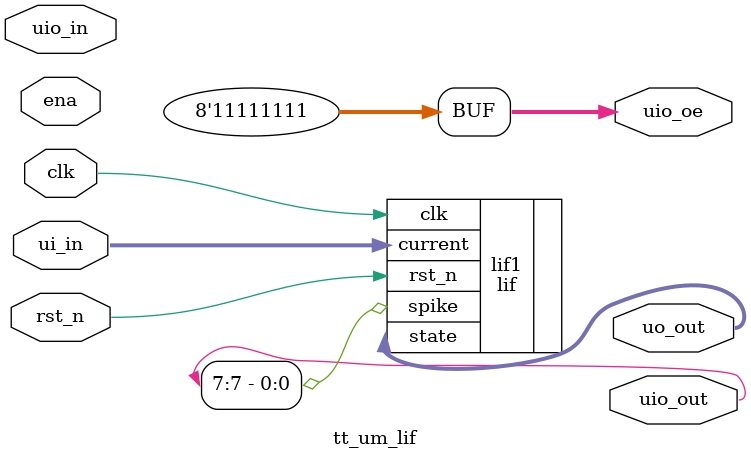
<source format=v>
`default_nettype none

module tt_um_lif (
    input  wire [7:0] ui_in,    // Dedicated inputs - connected to the input switches
    output wire [7:0] uo_out,   // Dedicated outputs - connected to the 7 segment display
    input  wire [7:0] uio_in,   // IOs: Bidirectional Input path
    output wire [7:0] uio_out,  // IOs: Bidirectional Output path
    output wire [7:0] uio_oe,   // IOs: Bidirectional Enable path (active high: 0=input, 1=output)
    input  wire       ena,      // will go high when the design is enabled
    input  wire       clk,      // clock
    input  wire       rst_n     // reset_n - low to reset
);

    // Inputs = 0, Outputs = 1
    // use bidirectionals as outputs
    // oe = output enable
    assign uio_oe = 8'b11111111;


    // instantiate lif neuron
    // copy this line as many times as needed to create multiple neurons
    lif lif1(.current(ui_in), .clk(clk), .rst_n(rst_n), .spike(uio_out[7]), .state(uo_out));

endmodule

</source>
